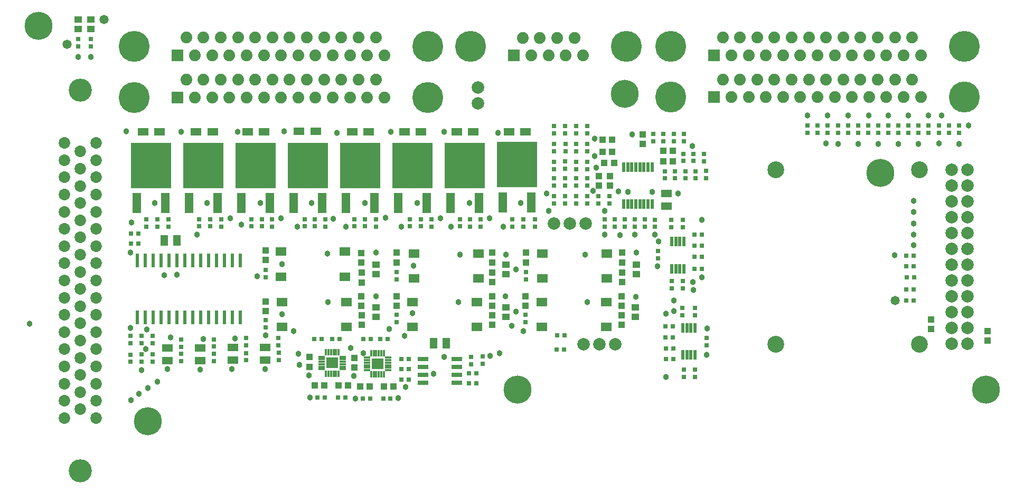
<source format=gts>
G04*
G04 #@! TF.GenerationSoftware,Altium Limited,Altium Designer,19.0.10 (269)*
G04*
G04 Layer_Color=8388736*
%FSLAX25Y25*%
%MOIN*%
G70*
G01*
G75*
%ADD20R,0.02400X0.09000*%
%ADD38R,0.02965X0.02965*%
%ADD39R,0.01981X0.06312*%
%ADD40R,0.02965X0.02965*%
%ADD41R,0.04147X0.04147*%
%ADD42R,0.07099X0.05721*%
%ADD43R,0.04540X0.04343*%
%ADD44R,0.04147X0.04147*%
%ADD45R,0.07493X0.06863*%
%ADD46R,0.01587X0.03950*%
%ADD47R,0.03950X0.01587*%
%ADD48R,0.06706X0.05131*%
%ADD49C,0.03800*%
%ADD50R,0.06509X0.03162*%
%ADD51R,0.06800X0.04800*%
%ADD52R,0.04800X0.06800*%
%ADD53R,0.05524X0.12611*%
%ADD54R,0.25406X0.29147*%
%ADD55C,0.07887*%
%ADD56C,0.19540*%
%ADD57R,0.07453X0.07453*%
%ADD58C,0.07453*%
%ADD59C,0.17729*%
%ADD60C,0.10642*%
%ADD61C,0.07300*%
%ADD62C,0.14600*%
%ADD63C,0.05800*%
D20*
X222750Y284499D02*
D03*
X217750D02*
D03*
X212750D02*
D03*
X207750D02*
D03*
X202750D02*
D03*
X197750D02*
D03*
X192750D02*
D03*
X187750D02*
D03*
X182750D02*
D03*
X177750D02*
D03*
X172750D02*
D03*
X167750D02*
D03*
X162750D02*
D03*
X157750D02*
D03*
Y320499D02*
D03*
X162750D02*
D03*
X167750D02*
D03*
X172750D02*
D03*
X177750D02*
D03*
X182750D02*
D03*
X187750D02*
D03*
X192750D02*
D03*
X197750D02*
D03*
X202750D02*
D03*
X207750D02*
D03*
X212750D02*
D03*
X217750D02*
D03*
X222750D02*
D03*
D38*
X517111Y271450D02*
D03*
Y266850D02*
D03*
X501868Y302950D02*
D03*
Y307550D02*
D03*
X495029Y302950D02*
D03*
Y307550D02*
D03*
X509611Y290450D02*
D03*
Y285850D02*
D03*
X501611Y290450D02*
D03*
Y285850D02*
D03*
X509611Y246850D02*
D03*
Y251450D02*
D03*
X502611Y246850D02*
D03*
Y251450D02*
D03*
X501868Y346050D02*
D03*
Y341450D02*
D03*
X494750Y346050D02*
D03*
Y341450D02*
D03*
X486368Y321950D02*
D03*
Y326550D02*
D03*
X321250Y286152D02*
D03*
Y281552D02*
D03*
X402556Y286152D02*
D03*
Y281552D02*
D03*
X403156Y313101D02*
D03*
Y308501D02*
D03*
X321250Y313101D02*
D03*
Y308501D02*
D03*
X502250Y387920D02*
D03*
Y383320D02*
D03*
X490650Y372364D02*
D03*
Y376964D02*
D03*
X455750Y356450D02*
D03*
Y361050D02*
D03*
X441750Y367950D02*
D03*
Y372550D02*
D03*
Y378269D02*
D03*
Y382869D02*
D03*
Y389450D02*
D03*
Y394050D02*
D03*
Y400950D02*
D03*
Y405550D02*
D03*
X483250Y400450D02*
D03*
Y395850D02*
D03*
X625317Y405750D02*
D03*
Y401150D02*
D03*
X618950D02*
D03*
Y405750D02*
D03*
X612583D02*
D03*
Y401150D02*
D03*
X606217D02*
D03*
Y405750D02*
D03*
X599850D02*
D03*
Y401150D02*
D03*
X593483D02*
D03*
Y405750D02*
D03*
X587117D02*
D03*
Y401150D02*
D03*
X580750D02*
D03*
Y405750D02*
D03*
X434750Y405550D02*
D03*
Y400950D02*
D03*
X489699Y395950D02*
D03*
Y400550D02*
D03*
X508750Y387920D02*
D03*
Y383320D02*
D03*
X503650Y376964D02*
D03*
Y372364D02*
D03*
X420750Y405550D02*
D03*
Y400950D02*
D03*
X502750Y395950D02*
D03*
Y400550D02*
D03*
X516750Y377050D02*
D03*
Y372450D02*
D03*
X510150Y372364D02*
D03*
Y376964D02*
D03*
X427750Y400950D02*
D03*
Y405550D02*
D03*
X496250Y400550D02*
D03*
Y395950D02*
D03*
X515250Y383120D02*
D03*
Y387720D02*
D03*
X497150Y372364D02*
D03*
Y376964D02*
D03*
X676250Y405750D02*
D03*
Y401150D02*
D03*
X669883D02*
D03*
Y405750D02*
D03*
X663517D02*
D03*
Y401150D02*
D03*
X657150D02*
D03*
Y405750D02*
D03*
X650783D02*
D03*
Y401150D02*
D03*
X644417D02*
D03*
Y405750D02*
D03*
X638050D02*
D03*
Y401150D02*
D03*
X631683D02*
D03*
Y405750D02*
D03*
X448750Y361050D02*
D03*
Y356450D02*
D03*
X434750Y372550D02*
D03*
Y367950D02*
D03*
Y382869D02*
D03*
Y378269D02*
D03*
Y394050D02*
D03*
Y389450D02*
D03*
Y361050D02*
D03*
Y356450D02*
D03*
X420750Y372550D02*
D03*
Y367950D02*
D03*
Y382869D02*
D03*
Y378269D02*
D03*
Y394050D02*
D03*
Y389450D02*
D03*
X441750Y356450D02*
D03*
Y361050D02*
D03*
X427750Y367950D02*
D03*
Y372550D02*
D03*
Y378450D02*
D03*
Y383050D02*
D03*
X427931Y389450D02*
D03*
Y394050D02*
D03*
X459150Y346550D02*
D03*
Y341950D02*
D03*
X465300Y346550D02*
D03*
Y341950D02*
D03*
X420750Y356450D02*
D03*
Y361050D02*
D03*
X427750Y356450D02*
D03*
Y361050D02*
D03*
X484293Y341645D02*
D03*
Y346245D02*
D03*
X477895Y341747D02*
D03*
Y346347D02*
D03*
X452650Y341950D02*
D03*
Y346550D02*
D03*
X471650Y341950D02*
D03*
Y346550D02*
D03*
X368250Y254950D02*
D03*
Y259550D02*
D03*
X375750Y259688D02*
D03*
Y255088D02*
D03*
X128250Y460550D02*
D03*
Y455950D02*
D03*
X120250Y460345D02*
D03*
Y455745D02*
D03*
X238750Y309950D02*
D03*
Y314550D02*
D03*
X238656Y278052D02*
D03*
Y282652D02*
D03*
X246750Y266765D02*
D03*
Y271365D02*
D03*
X226331Y266765D02*
D03*
Y271365D02*
D03*
X246835Y257450D02*
D03*
Y262050D02*
D03*
X226335Y257350D02*
D03*
Y261950D02*
D03*
X205835Y266025D02*
D03*
Y270625D02*
D03*
X205835Y256950D02*
D03*
Y261550D02*
D03*
X185215Y265950D02*
D03*
Y270550D02*
D03*
X185215Y256750D02*
D03*
Y261350D02*
D03*
X153335Y256360D02*
D03*
Y260960D02*
D03*
X160335Y256450D02*
D03*
Y261050D02*
D03*
X167250Y256450D02*
D03*
Y261050D02*
D03*
X153250Y268150D02*
D03*
Y272750D02*
D03*
X160250Y268150D02*
D03*
Y272750D02*
D03*
X167250Y268150D02*
D03*
Y272750D02*
D03*
X401250Y341950D02*
D03*
Y346550D02*
D03*
X408561D02*
D03*
Y341950D02*
D03*
X394250D02*
D03*
Y346550D02*
D03*
X367750Y341950D02*
D03*
Y346550D02*
D03*
X374250D02*
D03*
Y341950D02*
D03*
X361250Y341993D02*
D03*
Y346593D02*
D03*
X336750Y341993D02*
D03*
Y346593D02*
D03*
X343250Y346550D02*
D03*
Y341950D02*
D03*
X329750Y341993D02*
D03*
Y346593D02*
D03*
X301250Y341993D02*
D03*
Y346593D02*
D03*
X308250Y346550D02*
D03*
Y341950D02*
D03*
X269750Y341993D02*
D03*
Y346593D02*
D03*
X276250Y346550D02*
D03*
Y341950D02*
D03*
X294750Y341993D02*
D03*
Y346593D02*
D03*
X263250Y341993D02*
D03*
Y346593D02*
D03*
X236185Y341993D02*
D03*
Y346593D02*
D03*
X242750Y346550D02*
D03*
Y341950D02*
D03*
X229750Y341993D02*
D03*
Y346593D02*
D03*
X196750Y341993D02*
D03*
Y346593D02*
D03*
X203685Y341993D02*
D03*
Y346593D02*
D03*
X210750Y346550D02*
D03*
Y341950D02*
D03*
X170250D02*
D03*
Y346550D02*
D03*
X177250D02*
D03*
Y341950D02*
D03*
X163250D02*
D03*
Y346550D02*
D03*
D39*
X495029Y315089D02*
D03*
X497589D02*
D03*
X500148D02*
D03*
X502707D02*
D03*
X495029Y332411D02*
D03*
X497589D02*
D03*
X500148D02*
D03*
X502707D02*
D03*
X509611Y277973D02*
D03*
X507052D02*
D03*
X504493D02*
D03*
X501934D02*
D03*
X509611Y260650D02*
D03*
X507052D02*
D03*
X504493D02*
D03*
X501934D02*
D03*
X482607Y379364D02*
D03*
X480048D02*
D03*
X477489D02*
D03*
X474930D02*
D03*
X472370D02*
D03*
X469811D02*
D03*
X467252D02*
D03*
X464693D02*
D03*
X482607Y356136D02*
D03*
X480048D02*
D03*
X477489D02*
D03*
X474930D02*
D03*
X472370D02*
D03*
X469811D02*
D03*
X467252D02*
D03*
X464693D02*
D03*
D40*
X509450Y315250D02*
D03*
X514050D02*
D03*
X509450Y329750D02*
D03*
X514050D02*
D03*
X509450Y322750D02*
D03*
X514050D02*
D03*
Y336750D02*
D03*
X509450D02*
D03*
X495750Y271650D02*
D03*
X491150D02*
D03*
X495911Y264650D02*
D03*
X491311D02*
D03*
X495750Y278650D02*
D03*
X491150D02*
D03*
X491311Y258150D02*
D03*
X495911D02*
D03*
X422600Y273006D02*
D03*
X427200D02*
D03*
X312869Y233262D02*
D03*
X317469D02*
D03*
X299950D02*
D03*
X304550D02*
D03*
X288969Y233849D02*
D03*
X284369D02*
D03*
X271450D02*
D03*
X276050D02*
D03*
X269450Y270750D02*
D03*
X274050D02*
D03*
X285413Y270750D02*
D03*
X280813D02*
D03*
X315750Y270750D02*
D03*
X311150D02*
D03*
X300242Y270750D02*
D03*
X304842D02*
D03*
X427050Y264250D02*
D03*
X422450D02*
D03*
X642950Y295250D02*
D03*
X647550D02*
D03*
X642950Y316750D02*
D03*
X647550D02*
D03*
X643031Y323620D02*
D03*
X647631D02*
D03*
X643031Y302204D02*
D03*
X647631D02*
D03*
X643250Y309750D02*
D03*
X647850D02*
D03*
X324450Y258188D02*
D03*
X329050D02*
D03*
X324450Y251688D02*
D03*
X329050D02*
D03*
X367001Y249250D02*
D03*
X371601D02*
D03*
X324450Y245188D02*
D03*
X329050D02*
D03*
X366950Y242750D02*
D03*
X371550D02*
D03*
X153650Y337540D02*
D03*
X158250D02*
D03*
X153650Y331060D02*
D03*
X158250D02*
D03*
D41*
X321250Y291852D02*
D03*
Y297955D02*
D03*
X463750Y319250D02*
D03*
Y325352D02*
D03*
Y312771D02*
D03*
Y306669D02*
D03*
X463250Y291852D02*
D03*
Y297955D02*
D03*
Y285822D02*
D03*
Y279720D02*
D03*
X402556Y291852D02*
D03*
Y297955D02*
D03*
X403156Y319250D02*
D03*
Y325352D02*
D03*
X381750Y319250D02*
D03*
Y325352D02*
D03*
Y312771D02*
D03*
Y306669D02*
D03*
Y285822D02*
D03*
Y279720D02*
D03*
Y291852D02*
D03*
Y297955D02*
D03*
X294750Y258813D02*
D03*
Y252711D02*
D03*
X266250Y259400D02*
D03*
Y253298D02*
D03*
X321250Y319250D02*
D03*
Y325352D02*
D03*
X299093Y319199D02*
D03*
Y325301D02*
D03*
X299250Y312720D02*
D03*
Y306618D02*
D03*
X694250Y275852D02*
D03*
Y269750D02*
D03*
X476750Y394199D02*
D03*
Y400301D02*
D03*
X456120Y373801D02*
D03*
Y367699D02*
D03*
X449120Y373801D02*
D03*
Y367699D02*
D03*
X658750Y283301D02*
D03*
Y277199D02*
D03*
X238750Y326801D02*
D03*
Y320699D02*
D03*
X299093Y297904D02*
D03*
Y291801D02*
D03*
X299250Y279669D02*
D03*
Y285771D02*
D03*
X238656Y294455D02*
D03*
Y288352D02*
D03*
D42*
X412974Y294226D02*
D03*
Y278478D02*
D03*
X453526D02*
D03*
Y294226D02*
D03*
X413474Y324726D02*
D03*
Y308978D02*
D03*
X454026D02*
D03*
Y324726D02*
D03*
X248250Y325998D02*
D03*
Y310250D02*
D03*
X288801D02*
D03*
Y325998D02*
D03*
X248974Y294175D02*
D03*
Y278427D02*
D03*
X289526D02*
D03*
Y294175D02*
D03*
X331474Y294226D02*
D03*
Y278478D02*
D03*
X372026D02*
D03*
Y294226D02*
D03*
X332474Y324726D02*
D03*
Y308978D02*
D03*
X373026D02*
D03*
Y324726D02*
D03*
D43*
X472750Y317801D02*
D03*
Y311699D02*
D03*
X472150Y290852D02*
D03*
Y284750D02*
D03*
X390250Y317801D02*
D03*
Y311699D02*
D03*
Y290852D02*
D03*
Y284750D02*
D03*
X308250Y317801D02*
D03*
Y311699D02*
D03*
X128250Y472801D02*
D03*
Y466699D02*
D03*
X120250Y472801D02*
D03*
Y466699D02*
D03*
X308250Y284750D02*
D03*
Y290852D02*
D03*
D44*
X313199Y240762D02*
D03*
X319301D02*
D03*
X304301D02*
D03*
X298199D02*
D03*
X284699Y241349D02*
D03*
X290801D02*
D03*
X275801D02*
D03*
X269699D02*
D03*
X489699Y383250D02*
D03*
X495801D02*
D03*
X489699Y389750D02*
D03*
X495801D02*
D03*
X457301Y396750D02*
D03*
X451199D02*
D03*
X457301Y389199D02*
D03*
X451199D02*
D03*
X458529Y382077D02*
D03*
X452427D02*
D03*
D45*
X280750Y255649D02*
D03*
X309250Y255062D02*
D03*
D46*
X276813Y262358D02*
D03*
X278388D02*
D03*
X279963D02*
D03*
X281538D02*
D03*
X283113D02*
D03*
X284687D02*
D03*
Y248941D02*
D03*
X283113D02*
D03*
X281538D02*
D03*
X279963D02*
D03*
X278388D02*
D03*
X276813D02*
D03*
X305313Y261770D02*
D03*
X306888D02*
D03*
X308463D02*
D03*
X310038D02*
D03*
X311613D02*
D03*
X313187D02*
D03*
Y248353D02*
D03*
X311613D02*
D03*
X310038D02*
D03*
X308463D02*
D03*
X306888D02*
D03*
X305313D02*
D03*
D47*
X287459Y259586D02*
D03*
Y258011D02*
D03*
Y256437D02*
D03*
Y254862D02*
D03*
Y253287D02*
D03*
Y251712D02*
D03*
X274042D02*
D03*
Y253287D02*
D03*
Y254862D02*
D03*
Y256437D02*
D03*
Y258011D02*
D03*
Y259586D02*
D03*
X315959Y258999D02*
D03*
Y257424D02*
D03*
Y255849D02*
D03*
Y254274D02*
D03*
Y252700D02*
D03*
Y251125D02*
D03*
X302542D02*
D03*
Y252700D02*
D03*
Y254274D02*
D03*
Y255849D02*
D03*
Y257424D02*
D03*
Y258999D02*
D03*
D48*
X392250Y401750D02*
D03*
X402750D02*
D03*
X359247D02*
D03*
X369747D02*
D03*
X326243D02*
D03*
X336743D02*
D03*
X293240D02*
D03*
X303740D02*
D03*
X259750Y402250D02*
D03*
X270250D02*
D03*
X227233Y401750D02*
D03*
X237733D02*
D03*
X194750D02*
D03*
X205250D02*
D03*
X161226D02*
D03*
X171726D02*
D03*
D49*
X647631Y358250D02*
D03*
Y351111D02*
D03*
X647550Y343750D02*
D03*
X647631Y336834D02*
D03*
X647550Y330250D02*
D03*
X128250Y449250D02*
D03*
X120250D02*
D03*
X399659Y356750D02*
D03*
X416013Y362750D02*
D03*
X682226Y405750D02*
D03*
X508750Y301750D02*
D03*
X496250Y295250D02*
D03*
X508250Y306750D02*
D03*
X517414Y277350D02*
D03*
X516914Y260850D02*
D03*
X491311Y246850D02*
D03*
X496311Y288350D02*
D03*
X491311Y286850D02*
D03*
X486550Y332450D02*
D03*
X486050Y316950D02*
D03*
X514050Y346050D02*
D03*
Y309750D02*
D03*
X447250Y379250D02*
D03*
X316701Y277250D02*
D03*
X499071Y362750D02*
D03*
X195250Y336950D02*
D03*
X163130Y264534D02*
D03*
X185215Y401750D02*
D03*
X150750Y402250D02*
D03*
X283750Y401250D02*
D03*
X250250Y402250D02*
D03*
X317750Y401750D02*
D03*
X351250D02*
D03*
X385250Y401250D02*
D03*
X292371Y265050D02*
D03*
X223250Y343250D02*
D03*
X471750Y336656D02*
D03*
X380250Y260250D02*
D03*
X469995Y400164D02*
D03*
X508150Y392664D02*
D03*
X344720Y248908D02*
D03*
X635661Y323661D02*
D03*
X461250Y364042D02*
D03*
X452750Y336829D02*
D03*
Y351904D02*
D03*
X445384Y364404D02*
D03*
X446239Y386404D02*
D03*
Y397404D02*
D03*
X153750Y232250D02*
D03*
X170250Y243951D02*
D03*
X164250Y239974D02*
D03*
X158750Y236250D02*
D03*
X386314Y261885D02*
D03*
X401250Y275750D02*
D03*
X393881Y279250D02*
D03*
X322421Y233312D02*
D03*
X326921Y240312D02*
D03*
X259992Y254329D02*
D03*
X295250Y233216D02*
D03*
X266492Y233730D02*
D03*
X300392Y261829D02*
D03*
X351392Y259470D02*
D03*
X153835Y344404D02*
D03*
X153250Y325404D02*
D03*
X259173Y261312D02*
D03*
X484324Y336776D02*
D03*
X258752Y341950D02*
D03*
X289301D02*
D03*
X324184D02*
D03*
X355801D02*
D03*
X388669D02*
D03*
X417415Y351750D02*
D03*
X379915Y347245D02*
D03*
X348915Y347250D02*
D03*
X314203Y347363D02*
D03*
X281415Y346863D02*
D03*
X248415Y347245D02*
D03*
X216415Y347250D02*
D03*
X89750Y280457D02*
D03*
X233311Y310427D02*
D03*
X256201Y275675D02*
D03*
X326243Y272750D02*
D03*
X396750Y288250D02*
D03*
X396779Y314675D02*
D03*
X249133Y286478D02*
D03*
X331453Y287175D02*
D03*
X332050Y317175D02*
D03*
X249133Y318026D02*
D03*
X178750Y271750D02*
D03*
X277750Y324675D02*
D03*
X482739Y363904D02*
D03*
X467239D02*
D03*
X462239Y336404D02*
D03*
X472739Y325404D02*
D03*
X472187Y297404D02*
D03*
X390152Y297955D02*
D03*
X308463Y297750D02*
D03*
X390187Y324249D02*
D03*
X308463Y325352D02*
D03*
X153250Y277957D02*
D03*
X174750Y311250D02*
D03*
X182687Y311408D02*
D03*
X220893Y401750D02*
D03*
X294421Y247312D02*
D03*
X265884Y247812D02*
D03*
X238350Y251750D02*
D03*
X599850Y394250D02*
D03*
X676250D02*
D03*
X592250Y394383D02*
D03*
X612583Y394250D02*
D03*
X625317D02*
D03*
X638050D02*
D03*
X650783D02*
D03*
X663517Y394383D02*
D03*
X593483Y412117D02*
D03*
X606217Y412250D02*
D03*
X619180D02*
D03*
X631750D02*
D03*
X644250D02*
D03*
X657150Y412117D02*
D03*
X665250D02*
D03*
X580750Y412250D02*
D03*
X163687Y276856D02*
D03*
X217250Y251750D02*
D03*
X197250Y251486D02*
D03*
X176750Y251750D02*
D03*
X238750Y273301D02*
D03*
X219250Y271250D02*
D03*
X199250Y270750D02*
D03*
X160250Y251250D02*
D03*
X277852Y294175D02*
D03*
X360250D02*
D03*
X441750D02*
D03*
X440250Y324175D02*
D03*
X361250D02*
D03*
X367250Y356750D02*
D03*
X334250D02*
D03*
X301250D02*
D03*
X267750D02*
D03*
X235250D02*
D03*
X201750D02*
D03*
X168750D02*
D03*
D50*
X359478Y243188D02*
D03*
Y248188D02*
D03*
Y253188D02*
D03*
Y258188D02*
D03*
X338022Y243188D02*
D03*
Y248188D02*
D03*
Y253188D02*
D03*
Y258188D02*
D03*
D51*
X491650Y362750D02*
D03*
Y354750D02*
D03*
X238335Y257550D02*
D03*
Y265550D02*
D03*
X217835Y257450D02*
D03*
Y265450D02*
D03*
X197335Y257050D02*
D03*
Y265050D02*
D03*
X176705Y257050D02*
D03*
Y265050D02*
D03*
D52*
X344750Y268188D02*
D03*
X352750D02*
D03*
X174750Y333250D02*
D03*
X182750D02*
D03*
D53*
X289277Y356750D02*
D03*
X307230D02*
D03*
X322284D02*
D03*
X340236D02*
D03*
X355290D02*
D03*
X373243D02*
D03*
X388297Y357250D02*
D03*
X406250D02*
D03*
X157250Y356750D02*
D03*
X175203D02*
D03*
X190257D02*
D03*
X208210D02*
D03*
X223263D02*
D03*
X241216D02*
D03*
X256270D02*
D03*
X274223D02*
D03*
D54*
X298253Y380569D02*
D03*
X331260D02*
D03*
X364267D02*
D03*
X397274Y381069D02*
D03*
X166226Y380569D02*
D03*
X199233D02*
D03*
X232240D02*
D03*
X265247D02*
D03*
D55*
X439250Y267514D02*
D03*
X449250D02*
D03*
X459250D02*
D03*
X420750Y343750D02*
D03*
X430750D02*
D03*
X440750D02*
D03*
X372779Y429750D02*
D03*
Y419750D02*
D03*
X671750Y317750D02*
D03*
Y307750D02*
D03*
Y297750D02*
D03*
Y287750D02*
D03*
Y277750D02*
D03*
Y267750D02*
D03*
Y367750D02*
D03*
Y377750D02*
D03*
Y357750D02*
D03*
Y347750D02*
D03*
Y337750D02*
D03*
Y327750D02*
D03*
X681750D02*
D03*
Y337750D02*
D03*
Y347750D02*
D03*
Y357750D02*
D03*
Y377750D02*
D03*
Y367750D02*
D03*
Y267750D02*
D03*
Y277750D02*
D03*
Y287750D02*
D03*
Y297750D02*
D03*
Y307750D02*
D03*
Y317750D02*
D03*
D56*
X679593Y455841D02*
D03*
X494348D02*
D03*
Y423675D02*
D03*
X679593D02*
D03*
X340994Y423585D02*
D03*
X155750D02*
D03*
Y455750D02*
D03*
X340994D02*
D03*
X466443Y455659D02*
D03*
X368057D02*
D03*
D57*
X521750Y450250D02*
D03*
Y423675D02*
D03*
X183152Y423585D02*
D03*
Y450159D02*
D03*
X395439Y450069D02*
D03*
D58*
X527185Y461431D02*
D03*
X532620Y450250D02*
D03*
X538055Y461431D02*
D03*
X543490Y450250D02*
D03*
X548925Y461431D02*
D03*
X554360Y450250D02*
D03*
X559795Y461431D02*
D03*
X565230Y450250D02*
D03*
X570665Y461431D02*
D03*
X576100Y450250D02*
D03*
X581535Y461431D02*
D03*
X586970Y450250D02*
D03*
X592406Y461431D02*
D03*
X597841Y450250D02*
D03*
X603276Y461431D02*
D03*
X608711Y450250D02*
D03*
X614146Y461431D02*
D03*
X619581Y450250D02*
D03*
X625016Y461431D02*
D03*
X630451Y450250D02*
D03*
X635886Y461431D02*
D03*
X641321Y450250D02*
D03*
X646756Y461431D02*
D03*
X652191Y450250D02*
D03*
Y423675D02*
D03*
X646756Y434856D02*
D03*
X641321Y423675D02*
D03*
X635886Y434856D02*
D03*
X630451Y423675D02*
D03*
X625016Y434856D02*
D03*
X619581Y423675D02*
D03*
X614146Y434856D02*
D03*
X608711Y423675D02*
D03*
X603276Y434856D02*
D03*
X597841Y423675D02*
D03*
X592406Y434856D02*
D03*
X586970Y423675D02*
D03*
X581535Y434856D02*
D03*
X576100Y423675D02*
D03*
X570665Y434856D02*
D03*
X565230Y423675D02*
D03*
X559795Y434856D02*
D03*
X554360Y423675D02*
D03*
X548925Y434856D02*
D03*
X543490Y423675D02*
D03*
X538055Y434856D02*
D03*
X532620Y423675D02*
D03*
X527185Y434856D02*
D03*
X188587Y434766D02*
D03*
X194022Y423585D02*
D03*
X199457Y434766D02*
D03*
X204892Y423585D02*
D03*
X210327Y434766D02*
D03*
X215762Y423585D02*
D03*
X221197Y434766D02*
D03*
X226632Y423585D02*
D03*
X232067Y434766D02*
D03*
X237502Y423585D02*
D03*
X242937Y434766D02*
D03*
X248372Y423585D02*
D03*
X253807Y434766D02*
D03*
X259242Y423585D02*
D03*
X264677Y434766D02*
D03*
X270112Y423585D02*
D03*
X275547Y434766D02*
D03*
X280982Y423585D02*
D03*
X286417Y434766D02*
D03*
X291852Y423585D02*
D03*
X297287Y434766D02*
D03*
X302722Y423585D02*
D03*
X308157Y434766D02*
D03*
X313593Y423585D02*
D03*
Y450159D02*
D03*
X308157Y461341D02*
D03*
X302722Y450159D02*
D03*
X297287Y461341D02*
D03*
X291852Y450159D02*
D03*
X286417Y461341D02*
D03*
X280982Y450159D02*
D03*
X275547Y461341D02*
D03*
X270112Y450159D02*
D03*
X264677Y461341D02*
D03*
X259242Y450159D02*
D03*
X253807Y461341D02*
D03*
X248372Y450159D02*
D03*
X242937Y461341D02*
D03*
X237502Y450159D02*
D03*
X232067Y461341D02*
D03*
X226632Y450159D02*
D03*
X221197Y461341D02*
D03*
X215762Y450159D02*
D03*
X210327Y461341D02*
D03*
X204892Y450159D02*
D03*
X199457Y461341D02*
D03*
X194022Y450159D02*
D03*
X188587Y461341D02*
D03*
X400892Y461250D02*
D03*
X406344Y450069D02*
D03*
X411797Y461250D02*
D03*
X417250Y450069D02*
D03*
X422703Y461250D02*
D03*
X428156Y450069D02*
D03*
X433608Y461250D02*
D03*
X439061Y450069D02*
D03*
D59*
X465250Y425750D02*
D03*
X397750Y238750D02*
D03*
X693250D02*
D03*
X95250Y468750D02*
D03*
X164250Y218750D02*
D03*
X626750Y375750D02*
D03*
D60*
X651266Y267514D02*
D03*
X560715D02*
D03*
X651266Y377750D02*
D03*
X560715D02*
D03*
D61*
X131750Y394750D02*
D03*
Y383884D02*
D03*
X111750Y231758D02*
D03*
X131750Y373018D02*
D03*
Y362152D02*
D03*
Y351285D02*
D03*
Y340419D02*
D03*
Y329553D02*
D03*
Y318687D02*
D03*
Y307821D02*
D03*
Y296955D02*
D03*
Y286089D02*
D03*
Y275222D02*
D03*
Y264356D02*
D03*
Y253490D02*
D03*
Y242624D02*
D03*
Y231758D02*
D03*
X121750Y389317D02*
D03*
Y378453D02*
D03*
Y367590D02*
D03*
Y356726D02*
D03*
Y345863D02*
D03*
Y334999D02*
D03*
Y324136D02*
D03*
Y313272D02*
D03*
Y302409D02*
D03*
Y291545D02*
D03*
Y280682D02*
D03*
Y269818D02*
D03*
Y258955D02*
D03*
Y248091D02*
D03*
Y237228D02*
D03*
Y226364D02*
D03*
X111750Y394750D02*
D03*
Y383884D02*
D03*
Y373018D02*
D03*
Y362152D02*
D03*
Y351285D02*
D03*
Y340419D02*
D03*
Y329553D02*
D03*
Y318687D02*
D03*
Y307821D02*
D03*
Y296955D02*
D03*
Y286089D02*
D03*
Y275222D02*
D03*
Y264356D02*
D03*
Y253490D02*
D03*
Y242624D02*
D03*
X131750Y220892D02*
D03*
X111750D02*
D03*
D62*
X121750Y428096D02*
D03*
Y187545D02*
D03*
D63*
X635886Y295250D02*
D03*
X113250Y457250D02*
D03*
X136750Y472750D02*
D03*
M02*

</source>
